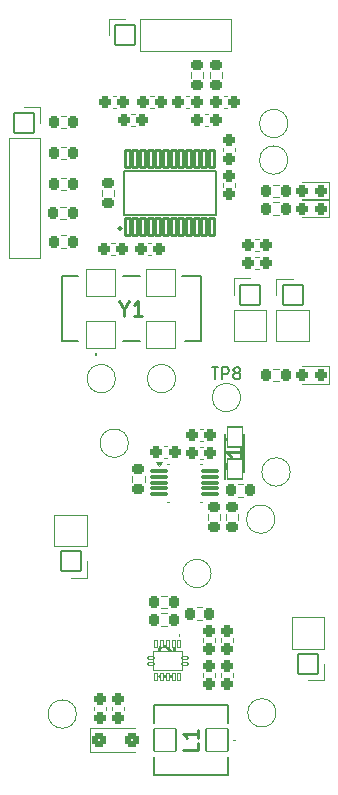
<source format=gbr>
%TF.GenerationSoftware,KiCad,Pcbnew,9.0.7+1*%
%TF.CreationDate,Date%
%TF.ProjectId,Cellule_de_force_V2,43656c6c-756c-4655-9f64-655f666f7263,+ (Unreleased)*%
%TF.SameCoordinates,Original*%
%TF.FileFunction,Legend,Top*%
%TF.FilePolarity,Positive*%
%FSLAX46Y46*%
G04 Gerber Fmt 4.6, Leading zero omitted, Abs format (unit mm)*
G04 Created by KiCad*
%MOMM*%
%LPD*%
G01*
G04 APERTURE LIST*
G04 Aperture macros list*
%AMRoundRect*
0 Rectangle with rounded corners*
0 $1 Rounding radius*
0 $2 $3 $4 $5 $6 $7 $8 $9 X,Y pos of 4 corners*
0 Add a 4 corners polygon primitive as box body*
4,1,4,$2,$3,$4,$5,$6,$7,$8,$9,$2,$3,0*
0 Add four circle primitives for the rounded corners*
1,1,$1+$1,$2,$3*
1,1,$1+$1,$4,$5*
1,1,$1+$1,$6,$7*
1,1,$1+$1,$8,$9*
0 Add four rect primitives between the rounded corners*
20,1,$1+$1,$2,$3,$4,$5,0*
20,1,$1+$1,$4,$5,$6,$7,0*
20,1,$1+$1,$6,$7,$8,$9,0*
20,1,$1+$1,$8,$9,$2,$3,0*%
G04 Aperture macros list end*
%ADD10C,0.254000*%
%ADD11C,0.150000*%
%ADD12C,0.120000*%
%ADD13C,0.200000*%
%ADD14C,0.100000*%
%ADD15C,0.223606*%
%ADD16C,0.141419*%
%ADD17RoundRect,0.250000X0.250000X0.275000X-0.250000X0.275000X-0.250000X-0.275000X0.250000X-0.275000X0*%
%ADD18RoundRect,0.243750X0.243750X0.281250X-0.243750X0.281250X-0.243750X-0.281250X0.243750X-0.281250X0*%
%ADD19C,2.100000*%
%ADD20RoundRect,0.250000X-0.250000X-0.275000X0.250000X-0.275000X0.250000X0.275000X-0.250000X0.275000X0*%
%ADD21C,0.900000*%
%ADD22C,6.500000*%
%ADD23R,1.830000X1.890000*%
%ADD24RoundRect,0.100000X-0.675000X-0.100000X0.675000X-0.100000X0.675000X0.100000X-0.675000X0.100000X0*%
%ADD25RoundRect,0.250000X-0.275000X0.250000X-0.275000X-0.250000X0.275000X-0.250000X0.275000X0.250000X0*%
%ADD26RoundRect,0.050000X0.850000X0.850000X-0.850000X0.850000X-0.850000X-0.850000X0.850000X-0.850000X0*%
%ADD27C,1.800000*%
%ADD28RoundRect,0.225000X-0.225000X-0.300000X0.225000X-0.300000X0.225000X0.300000X-0.225000X0.300000X0*%
%ADD29RoundRect,0.050000X-0.850000X-0.850000X0.850000X-0.850000X0.850000X0.850000X-0.850000X0.850000X0*%
%ADD30RoundRect,0.250000X0.275000X-0.250000X0.275000X0.250000X-0.275000X0.250000X-0.275000X-0.250000X0*%
%ADD31RoundRect,0.225000X0.225000X0.300000X-0.225000X0.300000X-0.225000X-0.300000X0.225000X-0.300000X0*%
%ADD32RoundRect,0.225000X-0.300000X0.225000X-0.300000X-0.225000X0.300000X-0.225000X0.300000X0.225000X0*%
%ADD33RoundRect,0.272727X-0.327273X-0.327273X0.327273X-0.327273X0.327273X0.327273X-0.327273X0.327273X0*%
%ADD34RoundRect,0.050000X1.200000X-1.150000X1.200000X1.150000X-1.200000X1.150000X-1.200000X-1.150000X0*%
%ADD35RoundRect,0.050000X0.650000X0.850000X-0.650000X0.850000X-0.650000X-0.850000X0.650000X-0.850000X0*%
%ADD36RoundRect,0.050000X0.850000X-0.850000X0.850000X0.850000X-0.850000X0.850000X-0.850000X-0.850000X0*%
%ADD37RoundRect,0.050000X-0.120000X-0.300000X0.120000X-0.300000X0.120000X0.300000X-0.120000X0.300000X0*%
%ADD38RoundRect,0.050000X-1.200000X0.825000X-1.200000X-0.825000X1.200000X-0.825000X1.200000X0.825000X0*%
%ADD39RoundRect,0.050000X-0.250000X0.125000X-0.250000X-0.125000X0.250000X-0.125000X0.250000X0.125000X0*%
%ADD40RoundRect,0.225000X0.300000X-0.225000X0.300000X0.225000X-0.300000X0.225000X-0.300000X-0.225000X0*%
%ADD41RoundRect,0.050000X-0.925000X-0.950000X0.925000X-0.950000X0.925000X0.950000X-0.925000X0.950000X0*%
%ADD42RoundRect,0.102000X0.225000X-0.725000X0.225000X0.725000X-0.225000X0.725000X-0.225000X-0.725000X0*%
G04 APERTURE END LIST*
D10*
X144655238Y-99769556D02*
X144655238Y-100374318D01*
X144231905Y-99104318D02*
X144655238Y-99769556D01*
X144655238Y-99769556D02*
X145078572Y-99104318D01*
X146167143Y-100374318D02*
X145441428Y-100374318D01*
X145804285Y-100374318D02*
X145804285Y-99104318D01*
X145804285Y-99104318D02*
X145683333Y-99285746D01*
X145683333Y-99285746D02*
X145562381Y-99406699D01*
X145562381Y-99406699D02*
X145441428Y-99467175D01*
D11*
X152038095Y-104756819D02*
X152609523Y-104756819D01*
X152323809Y-105756819D02*
X152323809Y-104756819D01*
X152942857Y-105756819D02*
X152942857Y-104756819D01*
X152942857Y-104756819D02*
X153323809Y-104756819D01*
X153323809Y-104756819D02*
X153419047Y-104804438D01*
X153419047Y-104804438D02*
X153466666Y-104852057D01*
X153466666Y-104852057D02*
X153514285Y-104947295D01*
X153514285Y-104947295D02*
X153514285Y-105090152D01*
X153514285Y-105090152D02*
X153466666Y-105185390D01*
X153466666Y-105185390D02*
X153419047Y-105233009D01*
X153419047Y-105233009D02*
X153323809Y-105280628D01*
X153323809Y-105280628D02*
X152942857Y-105280628D01*
X154085714Y-105185390D02*
X153990476Y-105137771D01*
X153990476Y-105137771D02*
X153942857Y-105090152D01*
X153942857Y-105090152D02*
X153895238Y-104994914D01*
X153895238Y-104994914D02*
X153895238Y-104947295D01*
X153895238Y-104947295D02*
X153942857Y-104852057D01*
X153942857Y-104852057D02*
X153990476Y-104804438D01*
X153990476Y-104804438D02*
X154085714Y-104756819D01*
X154085714Y-104756819D02*
X154276190Y-104756819D01*
X154276190Y-104756819D02*
X154371428Y-104804438D01*
X154371428Y-104804438D02*
X154419047Y-104852057D01*
X154419047Y-104852057D02*
X154466666Y-104947295D01*
X154466666Y-104947295D02*
X154466666Y-104994914D01*
X154466666Y-104994914D02*
X154419047Y-105090152D01*
X154419047Y-105090152D02*
X154371428Y-105137771D01*
X154371428Y-105137771D02*
X154276190Y-105185390D01*
X154276190Y-105185390D02*
X154085714Y-105185390D01*
X154085714Y-105185390D02*
X153990476Y-105233009D01*
X153990476Y-105233009D02*
X153942857Y-105280628D01*
X153942857Y-105280628D02*
X153895238Y-105375866D01*
X153895238Y-105375866D02*
X153895238Y-105566342D01*
X153895238Y-105566342D02*
X153942857Y-105661580D01*
X153942857Y-105661580D02*
X153990476Y-105709200D01*
X153990476Y-105709200D02*
X154085714Y-105756819D01*
X154085714Y-105756819D02*
X154276190Y-105756819D01*
X154276190Y-105756819D02*
X154371428Y-105709200D01*
X154371428Y-105709200D02*
X154419047Y-105661580D01*
X154419047Y-105661580D02*
X154466666Y-105566342D01*
X154466666Y-105566342D02*
X154466666Y-105375866D01*
X154466666Y-105375866D02*
X154419047Y-105280628D01*
X154419047Y-105280628D02*
X154371428Y-105233009D01*
X154371428Y-105233009D02*
X154276190Y-105185390D01*
D10*
X154443365Y-112786428D02*
X154503842Y-112846904D01*
X154503842Y-112846904D02*
X154564318Y-113028333D01*
X154564318Y-113028333D02*
X154564318Y-113149285D01*
X154564318Y-113149285D02*
X154503842Y-113330714D01*
X154503842Y-113330714D02*
X154382889Y-113451666D01*
X154382889Y-113451666D02*
X154261937Y-113512143D01*
X154261937Y-113512143D02*
X154020032Y-113572619D01*
X154020032Y-113572619D02*
X153838603Y-113572619D01*
X153838603Y-113572619D02*
X153596699Y-113512143D01*
X153596699Y-113512143D02*
X153475746Y-113451666D01*
X153475746Y-113451666D02*
X153354794Y-113330714D01*
X153354794Y-113330714D02*
X153294318Y-113149285D01*
X153294318Y-113149285D02*
X153294318Y-113028333D01*
X153294318Y-113028333D02*
X153354794Y-112846904D01*
X153354794Y-112846904D02*
X153415270Y-112786428D01*
X154564318Y-111576904D02*
X154564318Y-112302619D01*
X154564318Y-111939762D02*
X153294318Y-111939762D01*
X153294318Y-111939762D02*
X153475746Y-112060714D01*
X153475746Y-112060714D02*
X153596699Y-112181666D01*
X153596699Y-112181666D02*
X153657175Y-112302619D01*
X153717651Y-110488333D02*
X154564318Y-110488333D01*
X153233842Y-110790714D02*
X154140984Y-111093095D01*
X154140984Y-111093095D02*
X154140984Y-110306904D01*
X148899318Y-130839762D02*
X147629318Y-130839762D01*
X148778365Y-129509285D02*
X148838842Y-129569761D01*
X148838842Y-129569761D02*
X148899318Y-129751190D01*
X148899318Y-129751190D02*
X148899318Y-129872142D01*
X148899318Y-129872142D02*
X148838842Y-130053571D01*
X148838842Y-130053571D02*
X148717889Y-130174523D01*
X148717889Y-130174523D02*
X148596937Y-130235000D01*
X148596937Y-130235000D02*
X148355032Y-130295476D01*
X148355032Y-130295476D02*
X148173603Y-130295476D01*
X148173603Y-130295476D02*
X147931699Y-130235000D01*
X147931699Y-130235000D02*
X147810746Y-130174523D01*
X147810746Y-130174523D02*
X147689794Y-130053571D01*
X147689794Y-130053571D02*
X147629318Y-129872142D01*
X147629318Y-129872142D02*
X147629318Y-129751190D01*
X147629318Y-129751190D02*
X147689794Y-129569761D01*
X147689794Y-129569761D02*
X147750270Y-129509285D01*
X147750270Y-129025476D02*
X147689794Y-128965000D01*
X147689794Y-128965000D02*
X147629318Y-128844047D01*
X147629318Y-128844047D02*
X147629318Y-128541666D01*
X147629318Y-128541666D02*
X147689794Y-128420714D01*
X147689794Y-128420714D02*
X147750270Y-128360238D01*
X147750270Y-128360238D02*
X147871222Y-128299761D01*
X147871222Y-128299761D02*
X147992175Y-128299761D01*
X147992175Y-128299761D02*
X148173603Y-128360238D01*
X148173603Y-128360238D02*
X148899318Y-129085952D01*
X148899318Y-129085952D02*
X148899318Y-128299761D01*
X150874318Y-136511666D02*
X150874318Y-137116428D01*
X150874318Y-137116428D02*
X149604318Y-137116428D01*
X150874318Y-135423094D02*
X150874318Y-136148809D01*
X150874318Y-135785952D02*
X149604318Y-135785952D01*
X149604318Y-135785952D02*
X149785746Y-135906904D01*
X149785746Y-135906904D02*
X149906699Y-136027856D01*
X149906699Y-136027856D02*
X149967175Y-136148809D01*
D12*
%TO.C,C15*%
X151305580Y-109950000D02*
X151024420Y-109950000D01*
X151305580Y-110970000D02*
X151024420Y-110970000D01*
%TO.C,D2*%
X159687500Y-92035000D02*
X161972500Y-92035000D01*
X161972500Y-90565000D02*
X159687500Y-90565000D01*
X161972500Y-92035000D02*
X161972500Y-90565000D01*
%TO.C,TP17*%
X158700000Y-113600000D02*
G75*
G02*
X156300000Y-113600000I-1200000J0D01*
G01*
X156300000Y-113600000D02*
G75*
G02*
X158700000Y-113600000I1200000J0D01*
G01*
%TO.C,C16*%
X148009420Y-111390000D02*
X148290580Y-111390000D01*
X148009420Y-112410000D02*
X148290580Y-112410000D01*
%TO.C,U2*%
X148397018Y-112890000D02*
X148250000Y-112890000D01*
X148397018Y-116110000D02*
X148250000Y-116110000D01*
X151102982Y-112890000D02*
X151250000Y-112890000D01*
X151102982Y-116110000D02*
X151250000Y-116110000D01*
X147562500Y-113090000D02*
X147322500Y-112760000D01*
X147802500Y-112760000D01*
X147562500Y-113090000D01*
G36*
X147562500Y-113090000D02*
G01*
X147322500Y-112760000D01*
X147802500Y-112760000D01*
X147562500Y-113090000D01*
G37*
%TO.C,C3*%
X152990000Y-86159420D02*
X152990000Y-86440580D01*
X154010000Y-86159420D02*
X154010000Y-86440580D01*
%TO.C,J2*%
X138720000Y-119905000D02*
X138720000Y-117255000D01*
X141480000Y-117255000D02*
X138720000Y-117255000D01*
X141480000Y-119905000D02*
X138720000Y-119905000D01*
X141480000Y-119905000D02*
X141480000Y-117255000D01*
X141480000Y-121175000D02*
X141480000Y-122555000D01*
X141480000Y-122555000D02*
X140100000Y-122555000D01*
%TO.C,C5*%
X145540580Y-83290000D02*
X145259420Y-83290000D01*
X145540580Y-84310000D02*
X145259420Y-84310000D01*
%TO.C,R10*%
X157250242Y-89277500D02*
X157724758Y-89277500D01*
X157250242Y-90322500D02*
X157724758Y-90322500D01*
%TO.C,C13*%
X151305580Y-111460000D02*
X151024420Y-111460000D01*
X151305580Y-112480000D02*
X151024420Y-112480000D01*
%TO.C,J4*%
X157520000Y-97245000D02*
X158900000Y-97245000D01*
X157520000Y-98625000D02*
X157520000Y-97245000D01*
X157520000Y-99895000D02*
X157520000Y-102545000D01*
X157520000Y-99895000D02*
X160280000Y-99895000D01*
X157520000Y-102545000D02*
X160280000Y-102545000D01*
X160280000Y-99895000D02*
X160280000Y-102545000D01*
%TO.C,C22*%
X151315000Y-130940580D02*
X151315000Y-130659420D01*
X152335000Y-130940580D02*
X152335000Y-130659420D01*
%TO.C,C9*%
X143940580Y-81790000D02*
X143659420Y-81790000D01*
X143940580Y-82810000D02*
X143659420Y-82810000D01*
%TO.C,R7*%
X139262742Y-86077500D02*
X139737258Y-86077500D01*
X139262742Y-87122500D02*
X139737258Y-87122500D01*
%TO.C,C19*%
X143590000Y-133765580D02*
X143590000Y-133484420D01*
X144610000Y-133765580D02*
X144610000Y-133484420D01*
%TO.C,R16*%
X157737258Y-104877500D02*
X157262742Y-104877500D01*
X157737258Y-105922500D02*
X157262742Y-105922500D01*
%TO.C,R3*%
X139262742Y-88677500D02*
X139737258Y-88677500D01*
X139262742Y-89722500D02*
X139737258Y-89722500D01*
%TO.C,J3*%
X153920000Y-97220000D02*
X155300000Y-97220000D01*
X153920000Y-98600000D02*
X153920000Y-97220000D01*
X153920000Y-99870000D02*
X153920000Y-102520000D01*
X153920000Y-99870000D02*
X156680000Y-99870000D01*
X153920000Y-102520000D02*
X156680000Y-102520000D01*
X156680000Y-99870000D02*
X156680000Y-102520000D01*
%TO.C,C7*%
X147140580Y-81790000D02*
X146859420Y-81790000D01*
X147140580Y-82810000D02*
X146859420Y-82810000D01*
%TO.C,C4*%
X152990000Y-89440580D02*
X152990000Y-89159420D01*
X154010000Y-89440580D02*
X154010000Y-89159420D01*
%TO.C,C17*%
X151315000Y-127684420D02*
X151315000Y-127965580D01*
X152335000Y-127684420D02*
X152335000Y-127965580D01*
%TO.C,C11*%
X146659420Y-94190000D02*
X146940580Y-94190000D01*
X146659420Y-95210000D02*
X146940580Y-95210000D01*
%TO.C,R1*%
X151877500Y-79762742D02*
X151877500Y-80237258D01*
X152922500Y-79762742D02*
X152922500Y-80237258D01*
%TO.C,R8*%
X142777500Y-89762742D02*
X142777500Y-90237258D01*
X143822500Y-89762742D02*
X143822500Y-90237258D01*
%TO.C,C8*%
X150140580Y-81790000D02*
X149859420Y-81790000D01*
X150140580Y-82810000D02*
X149859420Y-82810000D01*
%TO.C,C18*%
X152815000Y-127684420D02*
X152815000Y-127965580D01*
X153835000Y-127684420D02*
X153835000Y-127965580D01*
%TO.C,C6*%
X151740580Y-83290000D02*
X151459420Y-83290000D01*
X151740580Y-84310000D02*
X151459420Y-84310000D01*
%TO.C,R4*%
X139262742Y-83477500D02*
X139737258Y-83477500D01*
X139262742Y-84522500D02*
X139737258Y-84522500D01*
%TO.C,J1*%
X158820000Y-128570000D02*
X158820000Y-125920000D01*
X161580000Y-125920000D02*
X158820000Y-125920000D01*
X161580000Y-128570000D02*
X158820000Y-128570000D01*
X161580000Y-128570000D02*
X161580000Y-125920000D01*
X161580000Y-129840000D02*
X161580000Y-131220000D01*
X161580000Y-131220000D02*
X160200000Y-131220000D01*
%TO.C,R14*%
X145327500Y-113962742D02*
X145327500Y-114437258D01*
X146372500Y-113962742D02*
X146372500Y-114437258D01*
%TO.C,C2*%
X155759420Y-95390000D02*
X156040580Y-95390000D01*
X155759420Y-96410000D02*
X156040580Y-96410000D01*
%TO.C,D3*%
X141715000Y-135300000D02*
X141715000Y-137300000D01*
X141715000Y-135300000D02*
X145575000Y-135300000D01*
X141715000Y-137300000D02*
X145575000Y-137300000D01*
%TO.C,C20*%
X142090000Y-133765580D02*
X142090000Y-133484420D01*
X143110000Y-133765580D02*
X143110000Y-133484420D01*
%TO.C,TP15*%
X149000000Y-105700000D02*
G75*
G02*
X146600000Y-105700000I-1200000J0D01*
G01*
X146600000Y-105700000D02*
G75*
G02*
X149000000Y-105700000I1200000J0D01*
G01*
%TO.C,R11*%
X157250242Y-90777500D02*
X157724758Y-90777500D01*
X157250242Y-91822500D02*
X157724758Y-91822500D01*
%TO.C,R6*%
X139262742Y-93577500D02*
X139737258Y-93577500D01*
X139262742Y-94622500D02*
X139737258Y-94622500D01*
D13*
%TO.C,Y1*%
X139360000Y-97050000D02*
X139360000Y-97050000D01*
X139360000Y-97050000D02*
X139360000Y-97050000D01*
X139360000Y-97050000D02*
X139360000Y-102550000D01*
X139360000Y-97050000D02*
X140760000Y-97050000D01*
X139360000Y-102550000D02*
X139360000Y-97050000D01*
X139360000Y-102550000D02*
X139360000Y-102550000D01*
X139360000Y-102550000D02*
X139360000Y-102550000D01*
X139360000Y-102550000D02*
X140760000Y-102550000D01*
X140760000Y-97050000D02*
X139360000Y-97050000D01*
X140760000Y-97050000D02*
X140760000Y-97050000D01*
X140760000Y-102550000D02*
X139360000Y-102550000D01*
X140760000Y-102550000D02*
X140760000Y-102550000D01*
X142260000Y-103600000D02*
X142260000Y-103600000D01*
X142260000Y-103700000D02*
X142260000Y-103700000D01*
X142260000Y-103700000D02*
X142260000Y-103700000D01*
X144510000Y-97050000D02*
X144510000Y-97050000D01*
X144510000Y-97050000D02*
X146010000Y-97050000D01*
X144510000Y-102550000D02*
X144510000Y-102550000D01*
X144510000Y-102550000D02*
X146010000Y-102550000D01*
X146010000Y-97050000D02*
X144510000Y-97050000D01*
X146010000Y-97050000D02*
X146010000Y-97050000D01*
X146010000Y-102550000D02*
X144510000Y-102550000D01*
X146010000Y-102550000D02*
X146010000Y-102550000D01*
X149510000Y-97050000D02*
X149510000Y-97050000D01*
X149510000Y-97050000D02*
X151160000Y-97050000D01*
X149760000Y-102550000D02*
X149760000Y-102550000D01*
X149760000Y-102550000D02*
X151160000Y-102550000D01*
X151160000Y-97050000D02*
X149510000Y-97050000D01*
X151160000Y-97050000D02*
X151160000Y-97050000D01*
X151160000Y-97050000D02*
X151160000Y-97050000D01*
X151160000Y-97050000D02*
X151160000Y-102550000D01*
X151160000Y-102550000D02*
X149760000Y-102550000D01*
X151160000Y-102550000D02*
X151160000Y-97050000D01*
X151160000Y-102550000D02*
X151160000Y-102550000D01*
X151160000Y-102550000D02*
X151160000Y-102550000D01*
X142260000Y-103600000D02*
G75*
G02*
X142260000Y-103700000I0J-50000D01*
G01*
X142260000Y-103600000D02*
G75*
G02*
X142260000Y-103700000I0J-50000D01*
G01*
X142260000Y-103700000D02*
G75*
G02*
X142260000Y-103600000I0J50000D01*
G01*
D12*
%TO.C,TP16*%
X145000000Y-111170000D02*
G75*
G02*
X142600000Y-111170000I-1200000J0D01*
G01*
X142600000Y-111170000D02*
G75*
G02*
X145000000Y-111170000I1200000J0D01*
G01*
%TO.C,D1*%
X159700000Y-90525000D02*
X161985000Y-90525000D01*
X161985000Y-89055000D02*
X159700000Y-89055000D01*
X161985000Y-90525000D02*
X161985000Y-89055000D01*
%TO.C,C10*%
X153340580Y-81790000D02*
X153059420Y-81790000D01*
X153340580Y-82810000D02*
X153059420Y-82810000D01*
%TO.C,TP20*%
X140600000Y-134100000D02*
G75*
G02*
X138200000Y-134100000I-1200000J0D01*
G01*
X138200000Y-134100000D02*
G75*
G02*
X140600000Y-134100000I1200000J0D01*
G01*
%TO.C,R2*%
X150277500Y-79762742D02*
X150277500Y-80237258D01*
X151322500Y-79762742D02*
X151322500Y-80237258D01*
%TO.C,TP14*%
X143900000Y-105700000D02*
G75*
G02*
X141500000Y-105700000I-1200000J0D01*
G01*
X141500000Y-105700000D02*
G75*
G02*
X143900000Y-105700000I1200000J0D01*
G01*
%TO.C,C1*%
X155759420Y-93890000D02*
X156040580Y-93890000D01*
X155759420Y-94910000D02*
X156040580Y-94910000D01*
%TO.C,R9*%
X154717258Y-114647500D02*
X154242742Y-114647500D01*
X154717258Y-115692500D02*
X154242742Y-115692500D01*
%TO.C,TP19*%
X152000000Y-122200000D02*
G75*
G02*
X149600000Y-122200000I-1200000J0D01*
G01*
X149600000Y-122200000D02*
G75*
G02*
X152000000Y-122200000I1200000J0D01*
G01*
%TO.C,TP8*%
X154500000Y-107300000D02*
G75*
G02*
X152100000Y-107300000I-1200000J0D01*
G01*
X152100000Y-107300000D02*
G75*
G02*
X154500000Y-107300000I1200000J0D01*
G01*
%TO.C,R5*%
X139237742Y-91177500D02*
X139712258Y-91177500D01*
X139237742Y-92222500D02*
X139712258Y-92222500D01*
%TO.C,R17*%
X148262258Y-124077500D02*
X147787742Y-124077500D01*
X148262258Y-125122500D02*
X147787742Y-125122500D01*
D13*
%TO.C,C14*%
X153215000Y-110370000D02*
X153215000Y-114170000D01*
X154765000Y-113570000D02*
X154765000Y-110370000D01*
D12*
%TO.C,TP3*%
X158500000Y-84100000D02*
G75*
G02*
X156100000Y-84100000I-1200000J0D01*
G01*
X156100000Y-84100000D02*
G75*
G02*
X158500000Y-84100000I1200000J0D01*
G01*
%TO.C,D4*%
X159700000Y-106135000D02*
X161985000Y-106135000D01*
X161985000Y-104665000D02*
X159700000Y-104665000D01*
X161985000Y-106135000D02*
X161985000Y-104665000D01*
%TO.C,J5*%
X143390000Y-75270000D02*
X144720000Y-75270000D01*
X143390000Y-76600000D02*
X143390000Y-75270000D01*
X145990000Y-75270000D02*
X153670000Y-75270000D01*
X145990000Y-77930000D02*
X145990000Y-75270000D01*
X145990000Y-77930000D02*
X153670000Y-77930000D01*
X153670000Y-77930000D02*
X153670000Y-75270000D01*
%TO.C,TP18*%
X157400000Y-117600000D02*
G75*
G02*
X155000000Y-117600000I-1200000J0D01*
G01*
X155000000Y-117600000D02*
G75*
G02*
X157400000Y-117600000I1200000J0D01*
G01*
%TO.C,J6*%
X134870000Y-85310000D02*
X134870000Y-95530000D01*
X134870000Y-85310000D02*
X137530000Y-85310000D01*
X134870000Y-95530000D02*
X137530000Y-95530000D01*
X136200000Y-82710000D02*
X137530000Y-82710000D01*
X137530000Y-82710000D02*
X137530000Y-84040000D01*
X137530000Y-85310000D02*
X137530000Y-95530000D01*
%TO.C,TP6*%
X157500000Y-134000000D02*
G75*
G02*
X155100000Y-134000000I-1200000J0D01*
G01*
X155100000Y-134000000D02*
G75*
G02*
X157500000Y-134000000I1200000J0D01*
G01*
%TO.C,R15*%
X147787742Y-125577500D02*
X148262258Y-125577500D01*
X147787742Y-126622500D02*
X148262258Y-126622500D01*
D14*
%TO.C,IC2*%
X149325000Y-127400000D02*
X149325000Y-127400000D01*
X149325000Y-127500000D02*
X149325000Y-127500000D01*
X149325000Y-127400000D02*
G75*
G02*
X149325000Y-127500000I0J-50000D01*
G01*
X149325000Y-127500000D02*
G75*
G02*
X149325000Y-127400000I0J50000D01*
G01*
D12*
%TO.C,C21*%
X152815000Y-130940580D02*
X152815000Y-130659420D01*
X153835000Y-130940580D02*
X153835000Y-130659420D01*
%TO.C,R13*%
X153227500Y-117662258D02*
X153227500Y-117187742D01*
X154272500Y-117662258D02*
X154272500Y-117187742D01*
%TO.C,R18*%
X151262258Y-125077500D02*
X150787742Y-125077500D01*
X151262258Y-126122500D02*
X150787742Y-126122500D01*
D13*
%TO.C,L1*%
X147200000Y-133350000D02*
X153400000Y-133350000D01*
X147200000Y-134900000D02*
X147200000Y-133350000D01*
X147200000Y-139250000D02*
X147200000Y-137700000D01*
X153400000Y-133350000D02*
X153400000Y-134900000D01*
X153400000Y-137700000D02*
X153400000Y-139250000D01*
X153400000Y-139250000D02*
X147200000Y-139250000D01*
D14*
X153900000Y-136300000D02*
X153900000Y-136300000D01*
X154000000Y-136300000D02*
X154000000Y-136300000D01*
X153900000Y-136300000D02*
G75*
G02*
X154000000Y-136300000I50000J0D01*
G01*
X154000000Y-136300000D02*
G75*
G02*
X153900000Y-136300000I-50000J0D01*
G01*
D13*
%TO.C,U1*%
X144600000Y-88150000D02*
X152400000Y-88150000D01*
X144600000Y-91850000D02*
X144600000Y-88150000D01*
X152400000Y-88150000D02*
X152400000Y-91850000D01*
X152400000Y-91850000D02*
X144600000Y-91850000D01*
D15*
X144411803Y-93000000D02*
G75*
G02*
X144188197Y-93000000I-111803J0D01*
G01*
X144188197Y-93000000D02*
G75*
G02*
X144411803Y-93000000I111803J0D01*
G01*
D16*
X144370709Y-93000000D02*
G75*
G02*
X144229291Y-93000000I-70709J0D01*
G01*
X144229291Y-93000000D02*
G75*
G02*
X144370709Y-93000000I70709J0D01*
G01*
X144370709Y-93000000D02*
G75*
G02*
X144229291Y-93000000I-70709J0D01*
G01*
X144229291Y-93000000D02*
G75*
G02*
X144370709Y-93000000I70709J0D01*
G01*
D12*
%TO.C,TP4*%
X158500000Y-87200000D02*
G75*
G02*
X156100000Y-87200000I-1200000J0D01*
G01*
X156100000Y-87200000D02*
G75*
G02*
X158500000Y-87200000I1200000J0D01*
G01*
%TO.C,R12*%
X151727500Y-117162742D02*
X151727500Y-117637258D01*
X152772500Y-117162742D02*
X152772500Y-117637258D01*
%TO.C,C12*%
X143840580Y-94190000D02*
X143559420Y-94190000D01*
X143840580Y-95210000D02*
X143559420Y-95210000D01*
%TD*%
%LPC*%
D17*
%TO.C,C15*%
X151940000Y-110460000D03*
X150390000Y-110460000D03*
%TD*%
D18*
%TO.C,D2*%
X161275000Y-91300000D03*
X159700000Y-91300000D03*
%TD*%
D19*
%TO.C,TP17*%
X157500000Y-113600000D03*
%TD*%
D20*
%TO.C,C16*%
X147375000Y-111900000D03*
X148925000Y-111900000D03*
%TD*%
D21*
%TO.C,H4*%
X156100000Y-139900000D03*
X156802944Y-138202944D03*
X156802944Y-141597056D03*
X158500000Y-137500000D03*
D22*
X158500000Y-139900000D03*
D21*
X158500000Y-142300000D03*
X160197056Y-138202944D03*
X160197056Y-141597056D03*
X160900000Y-139900000D03*
%TD*%
D23*
%TO.C,U2*%
X149750000Y-114500000D03*
D24*
X147600000Y-113500000D03*
X147600000Y-114000000D03*
X147600000Y-114500000D03*
X147600000Y-115000000D03*
X147600000Y-115500000D03*
X151900000Y-115500000D03*
X151900000Y-115000000D03*
X151900000Y-114500000D03*
X151900000Y-114000000D03*
X151900000Y-113500000D03*
%TD*%
D25*
%TO.C,C3*%
X153500000Y-85525000D03*
X153500000Y-87075000D03*
%TD*%
D26*
%TO.C,J2*%
X140100000Y-121175000D03*
D27*
X140100000Y-118635000D03*
%TD*%
D17*
%TO.C,C5*%
X146175000Y-83800000D03*
X144625000Y-83800000D03*
%TD*%
D28*
%TO.C,R10*%
X156662500Y-89800000D03*
X158312500Y-89800000D03*
%TD*%
D17*
%TO.C,C13*%
X151940000Y-111970000D03*
X150390000Y-111970000D03*
%TD*%
D29*
%TO.C,J4*%
X158900000Y-98625000D03*
D27*
X158900000Y-101165000D03*
%TD*%
D30*
%TO.C,C22*%
X151825000Y-131575000D03*
X151825000Y-130025000D03*
%TD*%
D17*
%TO.C,C9*%
X144575000Y-82300000D03*
X143025000Y-82300000D03*
%TD*%
D28*
%TO.C,R7*%
X138675000Y-86600000D03*
X140325000Y-86600000D03*
%TD*%
D30*
%TO.C,C19*%
X144100000Y-134400000D03*
X144100000Y-132850000D03*
%TD*%
D31*
%TO.C,R16*%
X158325000Y-105400000D03*
X156675000Y-105400000D03*
%TD*%
D28*
%TO.C,R3*%
X138675000Y-89200000D03*
X140325000Y-89200000D03*
%TD*%
D29*
%TO.C,J3*%
X155300000Y-98600000D03*
D27*
X155300000Y-101140000D03*
%TD*%
D17*
%TO.C,C7*%
X147775000Y-82300000D03*
X146225000Y-82300000D03*
%TD*%
D30*
%TO.C,C4*%
X153500000Y-90075000D03*
X153500000Y-88525000D03*
%TD*%
D25*
%TO.C,C17*%
X151825000Y-127050000D03*
X151825000Y-128600000D03*
%TD*%
D20*
%TO.C,C11*%
X146025000Y-94700000D03*
X147575000Y-94700000D03*
%TD*%
D32*
%TO.C,R1*%
X152400000Y-79175000D03*
X152400000Y-80825000D03*
%TD*%
%TO.C,R8*%
X143300000Y-89175000D03*
X143300000Y-90825000D03*
%TD*%
D17*
%TO.C,C8*%
X150775000Y-82300000D03*
X149225000Y-82300000D03*
%TD*%
D25*
%TO.C,C18*%
X153325000Y-127050000D03*
X153325000Y-128600000D03*
%TD*%
D17*
%TO.C,C6*%
X152375000Y-83800000D03*
X150825000Y-83800000D03*
%TD*%
D28*
%TO.C,R4*%
X138675000Y-84000000D03*
X140325000Y-84000000D03*
%TD*%
D26*
%TO.C,J1*%
X160200000Y-129840000D03*
D27*
X160200000Y-127300000D03*
%TD*%
D32*
%TO.C,R14*%
X145850000Y-113375000D03*
X145850000Y-115025000D03*
%TD*%
D20*
%TO.C,C2*%
X155125000Y-95900000D03*
X156675000Y-95900000D03*
%TD*%
D33*
%TO.C,D3*%
X142525000Y-136300000D03*
X145325000Y-136300000D03*
%TD*%
D30*
%TO.C,C20*%
X142600000Y-134400000D03*
X142600000Y-132850000D03*
%TD*%
D19*
%TO.C,TP15*%
X147800000Y-105700000D03*
%TD*%
D28*
%TO.C,R11*%
X156662500Y-91300000D03*
X158312500Y-91300000D03*
%TD*%
%TO.C,R6*%
X138675000Y-94100000D03*
X140325000Y-94100000D03*
%TD*%
D34*
%TO.C,Y1*%
X142720000Y-102000000D03*
X147800000Y-102000000D03*
X147800000Y-97600000D03*
X142720000Y-97600000D03*
%TD*%
D19*
%TO.C,TP16*%
X143800000Y-111170000D03*
%TD*%
D18*
%TO.C,D1*%
X161287500Y-89790000D03*
X159712500Y-89790000D03*
%TD*%
D17*
%TO.C,C10*%
X153975000Y-82300000D03*
X152425000Y-82300000D03*
%TD*%
D19*
%TO.C,TP20*%
X139400000Y-134100000D03*
%TD*%
D21*
%TO.C,H3*%
X136200000Y-139900000D03*
X136902944Y-138202944D03*
X136902944Y-141597056D03*
X138600000Y-137500000D03*
D22*
X138600000Y-139900000D03*
D21*
X138600000Y-142300000D03*
X140297056Y-138202944D03*
X140297056Y-141597056D03*
X141000000Y-139900000D03*
%TD*%
D32*
%TO.C,R2*%
X150800000Y-79175000D03*
X150800000Y-80825000D03*
%TD*%
D19*
%TO.C,TP14*%
X142700000Y-105700000D03*
%TD*%
D20*
%TO.C,C1*%
X155125000Y-94400000D03*
X156675000Y-94400000D03*
%TD*%
D31*
%TO.C,R9*%
X155305000Y-115170000D03*
X153655000Y-115170000D03*
%TD*%
D19*
%TO.C,TP19*%
X150800000Y-122200000D03*
%TD*%
%TO.C,TP8*%
X153300000Y-107300000D03*
%TD*%
D28*
%TO.C,R5*%
X138650000Y-91700000D03*
X140300000Y-91700000D03*
%TD*%
D31*
%TO.C,R17*%
X148850000Y-124600000D03*
X147200000Y-124600000D03*
%TD*%
D35*
%TO.C,C14*%
X153990000Y-113320000D03*
X153990000Y-110620000D03*
%TD*%
D19*
%TO.C,TP3*%
X157300000Y-84100000D03*
%TD*%
D18*
%TO.C,D4*%
X161287500Y-105400000D03*
X159712500Y-105400000D03*
%TD*%
D36*
%TO.C,J5*%
X144720000Y-76600000D03*
D27*
X147260000Y-76600000D03*
X149800000Y-76600000D03*
X152340000Y-76600000D03*
%TD*%
D19*
%TO.C,TP18*%
X156200000Y-117600000D03*
%TD*%
D29*
%TO.C,J6*%
X136200000Y-84040000D03*
D27*
X136200000Y-86580000D03*
X136200000Y-89120000D03*
X136200000Y-91660000D03*
X136200000Y-94200000D03*
%TD*%
D19*
%TO.C,TP6*%
X156300000Y-134000000D03*
%TD*%
D28*
%TO.C,R15*%
X147200000Y-126100000D03*
X148850000Y-126100000D03*
%TD*%
D37*
%TO.C,IC2*%
X149325000Y-128200000D03*
X148825000Y-128200000D03*
X148325000Y-128200000D03*
X147825000Y-128200000D03*
X147325000Y-128200000D03*
X147325000Y-131000000D03*
X147825000Y-131000000D03*
X148325000Y-131000000D03*
X148825000Y-131000000D03*
X149325000Y-131000000D03*
D38*
X148325000Y-129600000D03*
D39*
X146875000Y-129350000D03*
X146875000Y-129850000D03*
X149775000Y-129850000D03*
X149775000Y-129350000D03*
%TD*%
D30*
%TO.C,C21*%
X153325000Y-131575000D03*
X153325000Y-130025000D03*
%TD*%
D40*
%TO.C,R13*%
X153750000Y-118250000D03*
X153750000Y-116600000D03*
%TD*%
D21*
%TO.C,H1*%
X156100000Y-78800000D03*
X156802944Y-77102944D03*
X156802944Y-80497056D03*
X158500000Y-76400000D03*
D22*
X158500000Y-78800000D03*
D21*
X158500000Y-81200000D03*
X160197056Y-77102944D03*
X160197056Y-80497056D03*
X160900000Y-78800000D03*
%TD*%
D31*
%TO.C,R18*%
X151850000Y-125600000D03*
X150200000Y-125600000D03*
%TD*%
D41*
%TO.C,L1*%
X152475000Y-136300000D03*
X148125000Y-136300000D03*
%TD*%
D42*
%TO.C,U1*%
X144925000Y-92900000D03*
X145575000Y-92900000D03*
X146225000Y-92900000D03*
X146875000Y-92900000D03*
X147525000Y-92900000D03*
X148175000Y-92900000D03*
X148825000Y-92900000D03*
X149475000Y-92900000D03*
X150125000Y-92900000D03*
X150775000Y-92900000D03*
X151425000Y-92900000D03*
X152075000Y-92900000D03*
X152075000Y-87100000D03*
X151425000Y-87100000D03*
X150775000Y-87100000D03*
X150125000Y-87100000D03*
X149475000Y-87100000D03*
X148825000Y-87100000D03*
X148175000Y-87100000D03*
X147525000Y-87100000D03*
X146875000Y-87100000D03*
X146225000Y-87100000D03*
X145575000Y-87100000D03*
X144925000Y-87100000D03*
%TD*%
D19*
%TO.C,TP4*%
X157300000Y-87200000D03*
%TD*%
D21*
%TO.C,H2*%
X136200000Y-78800000D03*
X136902944Y-77102944D03*
X136902944Y-80497056D03*
X138600000Y-76400000D03*
D22*
X138600000Y-78800000D03*
D21*
X138600000Y-81200000D03*
X140297056Y-77102944D03*
X140297056Y-80497056D03*
X141000000Y-78800000D03*
%TD*%
D32*
%TO.C,R12*%
X152250000Y-116575000D03*
X152250000Y-118225000D03*
%TD*%
D17*
%TO.C,C12*%
X144475000Y-94700000D03*
X142925000Y-94700000D03*
%TD*%
%LPD*%
M02*

</source>
